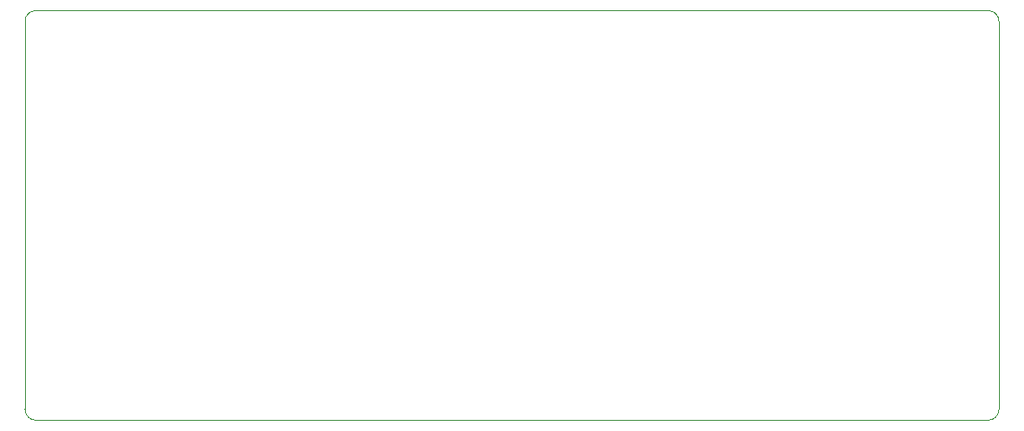
<source format=gbr>
%TF.GenerationSoftware,KiCad,Pcbnew,7.0.7*%
%TF.CreationDate,2023-11-29T00:46:18-05:00*%
%TF.ProjectId,charge_deployment,63686172-6765-45f6-9465-706c6f796d65,rev?*%
%TF.SameCoordinates,Original*%
%TF.FileFunction,Profile,NP*%
%FSLAX46Y46*%
G04 Gerber Fmt 4.6, Leading zero omitted, Abs format (unit mm)*
G04 Created by KiCad (PCBNEW 7.0.7) date 2023-11-29 00:46:18*
%MOMM*%
%LPD*%
G01*
G04 APERTURE LIST*
%TA.AperFunction,Profile*%
%ADD10C,0.100000*%
%TD*%
G04 APERTURE END LIST*
D10*
X99000000Y-69500000D02*
X186000000Y-69500000D01*
X187000000Y-70500000D02*
X187000000Y-106000000D01*
X187000000Y-70500000D02*
G75*
G03*
X186000000Y-69500000I-1000000J0D01*
G01*
X99000000Y-69500000D02*
G75*
G03*
X98000000Y-70500000I0J-1000000D01*
G01*
X98000000Y-106000000D02*
G75*
G03*
X99000000Y-107000000I1000000J0D01*
G01*
X99000000Y-107000000D02*
X186000000Y-107000000D01*
X98000000Y-106000000D02*
X98000000Y-70500000D01*
X186000000Y-107000000D02*
G75*
G03*
X187000000Y-106000000I0J1000000D01*
G01*
M02*

</source>
